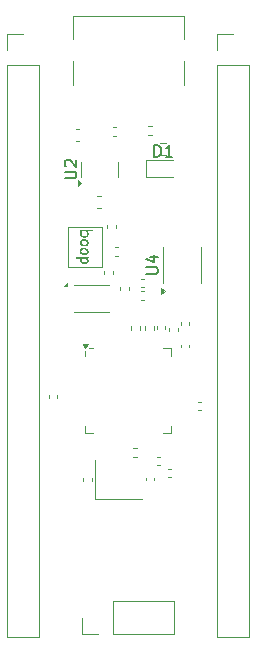
<source format=gbr>
%TF.GenerationSoftware,KiCad,Pcbnew,9.0.1*%
%TF.CreationDate,2026-01-20T01:34:41+00:00*%
%TF.ProjectId,heidi-pico,68656964-692d-4706-9963-6f2e6b696361,rev?*%
%TF.SameCoordinates,Original*%
%TF.FileFunction,Legend,Top*%
%TF.FilePolarity,Positive*%
%FSLAX46Y46*%
G04 Gerber Fmt 4.6, Leading zero omitted, Abs format (unit mm)*
G04 Created by KiCad (PCBNEW 9.0.1) date 2026-01-20 01:34:41*
%MOMM*%
%LPD*%
G01*
G04 APERTURE LIST*
%ADD10C,0.150000*%
%ADD11C,0.100000*%
%ADD12C,0.120000*%
G04 APERTURE END LIST*
D10*
X94571905Y-84974819D02*
X94571905Y-83974819D01*
X94571905Y-83974819D02*
X94810000Y-83974819D01*
X94810000Y-83974819D02*
X94952857Y-84022438D01*
X94952857Y-84022438D02*
X95048095Y-84117676D01*
X95048095Y-84117676D02*
X95095714Y-84212914D01*
X95095714Y-84212914D02*
X95143333Y-84403390D01*
X95143333Y-84403390D02*
X95143333Y-84546247D01*
X95143333Y-84546247D02*
X95095714Y-84736723D01*
X95095714Y-84736723D02*
X95048095Y-84831961D01*
X95048095Y-84831961D02*
X94952857Y-84927200D01*
X94952857Y-84927200D02*
X94810000Y-84974819D01*
X94810000Y-84974819D02*
X94571905Y-84974819D01*
X96095714Y-84974819D02*
X95524286Y-84974819D01*
X95810000Y-84974819D02*
X95810000Y-83974819D01*
X95810000Y-83974819D02*
X95714762Y-84117676D01*
X95714762Y-84117676D02*
X95619524Y-84212914D01*
X95619524Y-84212914D02*
X95524286Y-84260533D01*
X93884819Y-94901904D02*
X94694342Y-94901904D01*
X94694342Y-94901904D02*
X94789580Y-94854285D01*
X94789580Y-94854285D02*
X94837200Y-94806666D01*
X94837200Y-94806666D02*
X94884819Y-94711428D01*
X94884819Y-94711428D02*
X94884819Y-94520952D01*
X94884819Y-94520952D02*
X94837200Y-94425714D01*
X94837200Y-94425714D02*
X94789580Y-94378095D01*
X94789580Y-94378095D02*
X94694342Y-94330476D01*
X94694342Y-94330476D02*
X93884819Y-94330476D01*
X94218152Y-93425714D02*
X94884819Y-93425714D01*
X93837200Y-93663809D02*
X94551485Y-93901904D01*
X94551485Y-93901904D02*
X94551485Y-93282857D01*
X86964819Y-86791904D02*
X87774342Y-86791904D01*
X87774342Y-86791904D02*
X87869580Y-86744285D01*
X87869580Y-86744285D02*
X87917200Y-86696666D01*
X87917200Y-86696666D02*
X87964819Y-86601428D01*
X87964819Y-86601428D02*
X87964819Y-86410952D01*
X87964819Y-86410952D02*
X87917200Y-86315714D01*
X87917200Y-86315714D02*
X87869580Y-86268095D01*
X87869580Y-86268095D02*
X87774342Y-86220476D01*
X87774342Y-86220476D02*
X86964819Y-86220476D01*
X87060057Y-85791904D02*
X87012438Y-85744285D01*
X87012438Y-85744285D02*
X86964819Y-85649047D01*
X86964819Y-85649047D02*
X86964819Y-85410952D01*
X86964819Y-85410952D02*
X87012438Y-85315714D01*
X87012438Y-85315714D02*
X87060057Y-85268095D01*
X87060057Y-85268095D02*
X87155295Y-85220476D01*
X87155295Y-85220476D02*
X87250533Y-85220476D01*
X87250533Y-85220476D02*
X87393390Y-85268095D01*
X87393390Y-85268095D02*
X87964819Y-85839523D01*
X87964819Y-85839523D02*
X87964819Y-85220476D01*
D11*
G36*
X89075280Y-91160155D02*
G01*
X89264446Y-91160827D01*
X89303777Y-91165210D01*
X89338086Y-91177924D01*
X89361990Y-91195675D01*
X89375242Y-91216045D01*
X89379668Y-91240084D01*
X89375893Y-91262737D01*
X89365606Y-91277911D01*
X89348249Y-91287585D01*
X89320744Y-91291314D01*
X89292962Y-91287894D01*
X89265179Y-91284475D01*
X89116863Y-91282399D01*
X88943450Y-91281055D01*
X88979601Y-91340685D01*
X89003900Y-91394079D01*
X89019259Y-91447365D01*
X89024050Y-91494890D01*
X89016792Y-91565838D01*
X88995774Y-91628083D01*
X88961053Y-91683498D01*
X88911271Y-91733271D01*
X88856222Y-91770414D01*
X88795239Y-91797161D01*
X88727240Y-91813650D01*
X88650847Y-91819367D01*
X88574546Y-91812854D01*
X88505932Y-91793923D01*
X88443553Y-91762823D01*
X88386332Y-91718922D01*
X88338432Y-91665170D01*
X88304895Y-91606414D01*
X88284613Y-91541546D01*
X88277644Y-91468939D01*
X88406605Y-91468939D01*
X88411149Y-91517151D01*
X88424287Y-91559603D01*
X88445854Y-91597450D01*
X88476458Y-91631483D01*
X88513161Y-91659054D01*
X88553842Y-91678759D01*
X88599274Y-91690856D01*
X88650481Y-91695047D01*
X88716854Y-91688964D01*
X88773062Y-91671681D01*
X88821085Y-91643817D01*
X88853774Y-91613398D01*
X88876525Y-91579054D01*
X88890312Y-91539989D01*
X88895090Y-91494890D01*
X88887552Y-91439411D01*
X88863583Y-91380096D01*
X88795744Y-91281727D01*
X88677226Y-91280384D01*
X88570369Y-91281055D01*
X88458018Y-91281727D01*
X88419610Y-91373929D01*
X88409999Y-91417839D01*
X88406605Y-91468939D01*
X88277644Y-91468939D01*
X88282323Y-91400182D01*
X88295957Y-91337181D01*
X88318250Y-91279040D01*
X88299312Y-91262562D01*
X88288878Y-91245042D01*
X88285460Y-91225734D01*
X88289994Y-91201699D01*
X88303534Y-91181648D01*
X88323713Y-91168167D01*
X88348841Y-91163575D01*
X88401353Y-91165284D01*
X88453866Y-91166994D01*
X88670265Y-91163208D01*
X88886786Y-91159483D01*
X89075280Y-91160155D01*
G37*
G36*
X88679165Y-91945585D02*
G01*
X88749030Y-91959851D01*
X88813710Y-91984565D01*
X88874085Y-92019951D01*
X88924556Y-92061932D01*
X88962716Y-92108741D01*
X88989883Y-92160963D01*
X89006546Y-92219674D01*
X89012327Y-92286359D01*
X89007207Y-92339029D01*
X88992455Y-92384921D01*
X88968267Y-92425421D01*
X88933893Y-92461446D01*
X88887702Y-92493355D01*
X88818398Y-92523447D01*
X88738302Y-92541792D01*
X88645230Y-92547332D01*
X88570194Y-92541266D01*
X88502890Y-92525792D01*
X88442178Y-92501388D01*
X88387126Y-92468076D01*
X88342485Y-92429802D01*
X88308947Y-92388134D01*
X88285266Y-92342631D01*
X88270873Y-92292474D01*
X88265921Y-92236533D01*
X88402697Y-92236533D01*
X88408490Y-92281725D01*
X88425573Y-92322015D01*
X88454720Y-92358777D01*
X88496298Y-92390727D01*
X88547243Y-92411377D01*
X88610059Y-92420265D01*
X88706244Y-92417513D01*
X88774008Y-92403875D01*
X88820403Y-92382489D01*
X88850942Y-92354871D01*
X88869063Y-92320623D01*
X88875551Y-92277505D01*
X88869877Y-92230209D01*
X88852657Y-92189311D01*
X88823359Y-92153178D01*
X88779747Y-92121068D01*
X88726633Y-92096707D01*
X88668170Y-92081810D01*
X88603220Y-92076676D01*
X88539189Y-92083275D01*
X88488635Y-92101575D01*
X88448553Y-92130654D01*
X88422764Y-92162965D01*
X88407755Y-92197875D01*
X88402697Y-92236533D01*
X88265921Y-92236533D01*
X88271245Y-92180911D01*
X88286876Y-92130151D01*
X88312933Y-92083145D01*
X88350368Y-92039124D01*
X88399905Y-91999422D01*
X88457477Y-91969922D01*
X88524544Y-91950557D01*
X88603037Y-91942099D01*
X88679165Y-91945585D01*
G37*
G36*
X88679165Y-92681245D02*
G01*
X88749030Y-92695510D01*
X88813710Y-92720225D01*
X88874085Y-92755610D01*
X88924556Y-92797591D01*
X88962716Y-92844401D01*
X88989883Y-92896622D01*
X89006546Y-92955333D01*
X89012327Y-93022018D01*
X89007207Y-93074688D01*
X88992455Y-93120580D01*
X88968267Y-93161080D01*
X88933893Y-93197105D01*
X88887702Y-93229014D01*
X88818398Y-93259107D01*
X88738302Y-93277451D01*
X88645230Y-93282992D01*
X88570194Y-93276926D01*
X88502890Y-93261451D01*
X88442178Y-93237048D01*
X88387126Y-93203735D01*
X88342485Y-93165462D01*
X88308947Y-93123794D01*
X88285266Y-93078291D01*
X88270873Y-93028134D01*
X88265921Y-92972193D01*
X88402697Y-92972193D01*
X88408490Y-93017384D01*
X88425573Y-93057675D01*
X88454720Y-93094436D01*
X88496298Y-93126386D01*
X88547243Y-93147037D01*
X88610059Y-93155924D01*
X88706244Y-93153173D01*
X88774008Y-93139535D01*
X88820403Y-93118148D01*
X88850942Y-93090530D01*
X88869063Y-93056283D01*
X88875551Y-93013165D01*
X88869877Y-92965868D01*
X88852657Y-92924971D01*
X88823359Y-92888838D01*
X88779747Y-92856727D01*
X88726633Y-92832367D01*
X88668170Y-92817469D01*
X88603220Y-92812336D01*
X88539189Y-92818934D01*
X88488635Y-92837234D01*
X88448553Y-92866314D01*
X88422764Y-92898624D01*
X88407755Y-92933535D01*
X88402697Y-92972193D01*
X88265921Y-92972193D01*
X88271245Y-92916571D01*
X88286876Y-92865810D01*
X88312933Y-92818805D01*
X88350368Y-92774784D01*
X88399905Y-92735082D01*
X88457477Y-92705581D01*
X88524544Y-92686217D01*
X88603037Y-92677758D01*
X88679165Y-92681245D01*
G37*
G36*
X88978960Y-93442690D02*
G01*
X89014952Y-93455733D01*
X89038088Y-93472168D01*
X89050973Y-93491611D01*
X89055314Y-93515145D01*
X89050491Y-93539708D01*
X89036079Y-93559902D01*
X89014883Y-93573453D01*
X88989246Y-93578037D01*
X88966714Y-93575961D01*
X88927758Y-93571198D01*
X88963804Y-93630391D01*
X88988208Y-93684588D01*
X89003560Y-93739059D01*
X89008419Y-93789124D01*
X89003209Y-93843377D01*
X88988331Y-93889681D01*
X88964163Y-93929630D01*
X88930070Y-93964282D01*
X88884466Y-93994044D01*
X88817034Y-94021036D01*
X88731838Y-94038779D01*
X88624897Y-94045274D01*
X88551858Y-94039913D01*
X88488035Y-94024582D01*
X88431931Y-93999943D01*
X88382363Y-93966017D01*
X88338276Y-93920531D01*
X88307187Y-93868954D01*
X88288171Y-93810058D01*
X88281552Y-93741985D01*
X88418328Y-93741985D01*
X88422554Y-93783400D01*
X88434560Y-93818093D01*
X88454043Y-93847473D01*
X88481648Y-93872411D01*
X88520223Y-93893331D01*
X88567202Y-93906608D01*
X88624591Y-93911368D01*
X88707475Y-93907231D01*
X88767591Y-93896435D01*
X88810033Y-93880959D01*
X88845153Y-93856337D01*
X88864912Y-93826316D01*
X88871643Y-93789063D01*
X88864521Y-93728710D01*
X88843738Y-93675673D01*
X88818646Y-93638288D01*
X88771564Y-93584143D01*
X88615197Y-93590773D01*
X88446905Y-93593058D01*
X88425355Y-93668122D01*
X88418328Y-93741985D01*
X88281552Y-93741985D01*
X88286714Y-93672349D01*
X88303412Y-93591654D01*
X87975088Y-93590310D01*
X87947240Y-93585466D01*
X87925629Y-93571504D01*
X87911316Y-93550380D01*
X87906395Y-93523388D01*
X87911303Y-93496327D01*
X87925568Y-93475150D01*
X87947056Y-93461234D01*
X87974783Y-93456404D01*
X88248335Y-93458480D01*
X88521215Y-93458480D01*
X88794096Y-93448222D01*
X88932887Y-93437964D01*
X88978960Y-93442690D01*
G37*
D12*
%TO.C,U3*%
X87750000Y-95865000D02*
X90750000Y-95865000D01*
X87750000Y-98135000D02*
X90750000Y-98135000D01*
X87200000Y-95950000D02*
X86920000Y-95950000D01*
X87200000Y-95670000D01*
X87200000Y-95950000D01*
G36*
X87200000Y-95950000D02*
G01*
X86920000Y-95950000D01*
X87200000Y-95670000D01*
X87200000Y-95950000D01*
G37*
%TO.C,C5*%
X93442164Y-95300000D02*
X93657836Y-95300000D01*
X93442164Y-96020000D02*
X93657836Y-96020000D01*
%TO.C,C10*%
X94822164Y-110390000D02*
X95037836Y-110390000D01*
X94822164Y-111110000D02*
X95037836Y-111110000D01*
%TO.C,J3*%
X82080000Y-74590000D02*
X83460000Y-74590000D01*
X82080000Y-75970000D02*
X82080000Y-74590000D01*
X82080000Y-77240000D02*
X82080000Y-125610000D01*
X82080000Y-77240000D02*
X84840000Y-77240000D01*
X82080000Y-125610000D02*
X84840000Y-125610000D01*
X84840000Y-77240000D02*
X84840000Y-125610000D01*
%TO.C,R6*%
X90580000Y-90716359D02*
X90580000Y-91023641D01*
X91340000Y-90716359D02*
X91340000Y-91023641D01*
%TO.C,D1*%
X93825000Y-85215000D02*
X93825000Y-86685000D01*
X93825000Y-86685000D02*
X96110000Y-86685000D01*
X96110000Y-85215000D02*
X93825000Y-85215000D01*
%TO.C,U4*%
X95270000Y-94140000D02*
X95270000Y-92640000D01*
X95270000Y-94140000D02*
X95270000Y-95640000D01*
X98490000Y-94140000D02*
X98490000Y-92640000D01*
X98490000Y-94140000D02*
X98490000Y-95640000D01*
X95445000Y-96352500D02*
X95115000Y-96592500D01*
X95115000Y-96112500D01*
X95445000Y-96352500D01*
G36*
X95445000Y-96352500D02*
G01*
X95115000Y-96592500D01*
X95115000Y-96112500D01*
X95445000Y-96352500D01*
G37*
%TO.C,J2*%
X88430000Y-125370000D02*
X88430000Y-123990000D01*
X89810000Y-125370000D02*
X88430000Y-125370000D01*
X91080000Y-122610000D02*
X96270000Y-122610000D01*
X91080000Y-125370000D02*
X91080000Y-122610000D01*
X91080000Y-125370000D02*
X96270000Y-125370000D01*
X96270000Y-125370000D02*
X96270000Y-122610000D01*
%TO.C,U2*%
X88350000Y-86030000D02*
X88350000Y-85380000D01*
X88350000Y-86030000D02*
X88350000Y-86680000D01*
X91470000Y-86030000D02*
X91470000Y-85380000D01*
X91470000Y-86030000D02*
X91470000Y-86680000D01*
X88400000Y-87192500D02*
X88070000Y-87432500D01*
X88070000Y-86952500D01*
X88400000Y-87192500D01*
G36*
X88400000Y-87192500D02*
G01*
X88070000Y-87432500D01*
X88070000Y-86952500D01*
X88400000Y-87192500D01*
G37*
%TO.C,C7*%
X96820000Y-101107836D02*
X96820000Y-100892164D01*
X97540000Y-101107836D02*
X97540000Y-100892164D01*
%TO.C,C8*%
X98292164Y-105720000D02*
X98507836Y-105720000D01*
X98292164Y-106440000D02*
X98507836Y-106440000D01*
%TO.C,C15*%
X93830000Y-112162164D02*
X93830000Y-112377836D01*
X94550000Y-112162164D02*
X94550000Y-112377836D01*
%TO.C,J1*%
X87650000Y-74962000D02*
X87650000Y-73062000D01*
X87650000Y-78862000D02*
X87650000Y-76862000D01*
X97050000Y-73062000D02*
X87650000Y-73062000D01*
X97050000Y-74962000D02*
X97050000Y-73062000D01*
X97050000Y-78862000D02*
X97050000Y-76862000D01*
%TO.C,SW1*%
D11*
X90170000Y-90880000D02*
X87270000Y-90880000D01*
X87270000Y-94280000D01*
X90170000Y-94280000D01*
X90170000Y-90880000D01*
D12*
%TO.C,U1*%
X88730000Y-101820000D02*
X88730000Y-101410000D01*
X88730000Y-108390000D02*
X88730000Y-107740000D01*
X89380000Y-101170000D02*
X89030000Y-101170000D01*
X89380000Y-108390000D02*
X88730000Y-108390000D01*
X95300000Y-101170000D02*
X95950000Y-101170000D01*
X95300000Y-108390000D02*
X95950000Y-108390000D01*
X95950000Y-101170000D02*
X95950000Y-101820000D01*
X95950000Y-108390000D02*
X95950000Y-107740000D01*
X88730000Y-101170000D02*
X88490000Y-100840000D01*
X88970000Y-100840000D01*
X88730000Y-101170000D01*
G36*
X88730000Y-101170000D02*
G01*
X88490000Y-100840000D01*
X88970000Y-100840000D01*
X88730000Y-101170000D01*
G37*
%TO.C,R5*%
X91523641Y-92610000D02*
X91216359Y-92610000D01*
X91523641Y-93370000D02*
X91216359Y-93370000D01*
%TO.C,R3*%
X94046359Y-82370000D02*
X94353641Y-82370000D01*
X94046359Y-83130000D02*
X94353641Y-83130000D01*
%TO.C,C9*%
X93442164Y-96350000D02*
X93657836Y-96350000D01*
X93442164Y-97070000D02*
X93657836Y-97070000D01*
%TO.C,Y1*%
X89550000Y-110620000D02*
X89550000Y-113920000D01*
X89550000Y-113920000D02*
X93550000Y-113920000D01*
%TO.C,R8*%
X95547258Y-83797500D02*
X95072742Y-83797500D01*
X95547258Y-84842500D02*
X95072742Y-84842500D01*
%TO.C,C1*%
X94790000Y-99547836D02*
X94790000Y-99332164D01*
X95510000Y-99547836D02*
X95510000Y-99332164D01*
%TO.C,R7*%
X93073641Y-109600000D02*
X92766359Y-109600000D01*
X93073641Y-110360000D02*
X92766359Y-110360000D01*
%TO.C,R4*%
X91353641Y-82460000D02*
X91046359Y-82460000D01*
X91353641Y-83220000D02*
X91046359Y-83220000D01*
%TO.C,C14*%
X88550000Y-112192164D02*
X88550000Y-112407836D01*
X89270000Y-112192164D02*
X89270000Y-112407836D01*
%TO.C,J4*%
X99860000Y-74590000D02*
X101240000Y-74590000D01*
X99860000Y-75970000D02*
X99860000Y-74590000D01*
X99860000Y-77240000D02*
X99860000Y-125610000D01*
X99860000Y-77240000D02*
X102620000Y-77240000D01*
X99860000Y-125610000D02*
X102620000Y-125610000D01*
X102620000Y-77240000D02*
X102620000Y-125610000D01*
%TO.C,C11*%
X95820000Y-99687836D02*
X95820000Y-99472164D01*
X96540000Y-99687836D02*
X96540000Y-99472164D01*
%TO.C,C2*%
X91690000Y-96247836D02*
X91690000Y-96032164D01*
X92410000Y-96247836D02*
X92410000Y-96032164D01*
%TO.C,C16*%
X90310000Y-94857836D02*
X90310000Y-94642164D01*
X91030000Y-94857836D02*
X91030000Y-94642164D01*
%TO.C,C13*%
X87929420Y-82590000D02*
X88210580Y-82590000D01*
X87929420Y-83610000D02*
X88210580Y-83610000D01*
%TO.C,C6*%
X96810000Y-99197836D02*
X96810000Y-98982164D01*
X97530000Y-99197836D02*
X97530000Y-98982164D01*
%TO.C,C3*%
X95967836Y-111390000D02*
X95752164Y-111390000D01*
X95967836Y-112110000D02*
X95752164Y-112110000D01*
%TO.C,R1*%
X92580000Y-99306359D02*
X92580000Y-99613641D01*
X93340000Y-99306359D02*
X93340000Y-99613641D01*
%TO.C,C12*%
X90025580Y-88270000D02*
X89744420Y-88270000D01*
X90025580Y-89290000D02*
X89744420Y-89290000D01*
%TO.C,R2*%
X93760000Y-99306359D02*
X93760000Y-99613641D01*
X94520000Y-99306359D02*
X94520000Y-99613641D01*
%TO.C,C4*%
X85640000Y-105367836D02*
X85640000Y-105152164D01*
X86360000Y-105367836D02*
X86360000Y-105152164D01*
%TD*%
M02*

</source>
